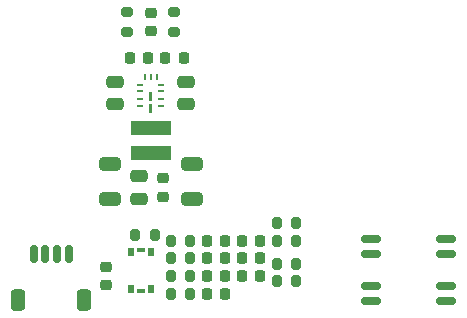
<source format=gbr>
%TF.GenerationSoftware,KiCad,Pcbnew,9.0.0-9.0.0-2~ubuntu24.04.1*%
%TF.CreationDate,2025-04-10T13:45:38-04:00*%
%TF.ProjectId,PSU,5053552e-6b69-4636-9164-5f7063625858,0*%
%TF.SameCoordinates,Original*%
%TF.FileFunction,Paste,Top*%
%TF.FilePolarity,Positive*%
%FSLAX46Y46*%
G04 Gerber Fmt 4.6, Leading zero omitted, Abs format (unit mm)*
G04 Created by KiCad (PCBNEW 9.0.0-9.0.0-2~ubuntu24.04.1) date 2025-04-10 13:45:38*
%MOMM*%
%LPD*%
G01*
G04 APERTURE LIST*
G04 Aperture macros list*
%AMRoundRect*
0 Rectangle with rounded corners*
0 $1 Rounding radius*
0 $2 $3 $4 $5 $6 $7 $8 $9 X,Y pos of 4 corners*
0 Add a 4 corners polygon primitive as box body*
4,1,4,$2,$3,$4,$5,$6,$7,$8,$9,$2,$3,0*
0 Add four circle primitives for the rounded corners*
1,1,$1+$1,$2,$3*
1,1,$1+$1,$4,$5*
1,1,$1+$1,$6,$7*
1,1,$1+$1,$8,$9*
0 Add four rect primitives between the rounded corners*
20,1,$1+$1,$2,$3,$4,$5,0*
20,1,$1+$1,$4,$5,$6,$7,0*
20,1,$1+$1,$6,$7,$8,$9,0*
20,1,$1+$1,$8,$9,$2,$3,0*%
G04 Aperture macros list end*
%ADD10C,0.000000*%
%ADD11RoundRect,0.150000X-0.150000X-0.625000X0.150000X-0.625000X0.150000X0.625000X-0.150000X0.625000X0*%
%ADD12RoundRect,0.250000X-0.350000X-0.650000X0.350000X-0.650000X0.350000X0.650000X-0.350000X0.650000X0*%
%ADD13R,3.400000X1.300000*%
%ADD14RoundRect,0.150000X-0.662500X-0.150000X0.662500X-0.150000X0.662500X0.150000X-0.662500X0.150000X0*%
%ADD15RoundRect,0.250000X0.475000X-0.250000X0.475000X0.250000X-0.475000X0.250000X-0.475000X-0.250000X0*%
%ADD16RoundRect,0.200000X-0.200000X-0.275000X0.200000X-0.275000X0.200000X0.275000X-0.200000X0.275000X0*%
%ADD17RoundRect,0.200000X0.200000X0.275000X-0.200000X0.275000X-0.200000X-0.275000X0.200000X-0.275000X0*%
%ADD18RoundRect,0.225000X-0.225000X-0.250000X0.225000X-0.250000X0.225000X0.250000X-0.225000X0.250000X0*%
%ADD19RoundRect,0.225000X0.225000X0.250000X-0.225000X0.250000X-0.225000X-0.250000X0.225000X-0.250000X0*%
%ADD20RoundRect,0.200000X-0.275000X0.200000X-0.275000X-0.200000X0.275000X-0.200000X0.275000X0.200000X0*%
%ADD21RoundRect,0.225000X0.250000X-0.225000X0.250000X0.225000X-0.250000X0.225000X-0.250000X-0.225000X0*%
%ADD22RoundRect,0.250000X-0.650000X0.325000X-0.650000X-0.325000X0.650000X-0.325000X0.650000X0.325000X0*%
%ADD23R,0.600000X0.650000*%
%ADD24R,0.700000X0.350000*%
%ADD25R,0.599999X0.249999*%
%ADD26R,0.249999X0.599999*%
%ADD27RoundRect,0.218750X-0.256250X0.218750X-0.256250X-0.218750X0.256250X-0.218750X0.256250X0.218750X0*%
%ADD28RoundRect,0.200000X0.275000X-0.200000X0.275000X0.200000X-0.275000X0.200000X-0.275000X-0.200000X0*%
G04 APERTURE END LIST*
D10*
%TO.C,U3*%
G36*
X138084755Y-110874961D02*
G01*
X138094135Y-110877806D01*
X138102779Y-110882426D01*
X138110355Y-110888644D01*
X138116573Y-110896221D01*
X138121194Y-110904864D01*
X138124038Y-110914245D01*
X138124998Y-110923998D01*
X138124998Y-111635998D01*
X138124038Y-111645754D01*
X138121194Y-111655135D01*
X138116573Y-111663778D01*
X138110355Y-111671355D01*
X138102779Y-111677573D01*
X138094135Y-111682193D01*
X138084755Y-111685038D01*
X138074999Y-111685998D01*
X137925001Y-111685998D01*
X137915245Y-111685038D01*
X137905865Y-111682193D01*
X137897221Y-111677573D01*
X137889645Y-111671355D01*
X137883427Y-111663778D01*
X137878806Y-111655135D01*
X137875962Y-111645754D01*
X137875002Y-111635998D01*
X137875002Y-110923998D01*
X137875962Y-110914245D01*
X137878806Y-110904864D01*
X137883427Y-110896221D01*
X137889645Y-110888644D01*
X137897221Y-110882426D01*
X137905865Y-110877806D01*
X137915245Y-110874961D01*
X137925001Y-110873998D01*
X138074999Y-110873998D01*
X138084755Y-110874961D01*
G37*
G36*
X138084755Y-111889963D02*
G01*
X138094135Y-111892807D01*
X138102779Y-111897428D01*
X138110355Y-111903646D01*
X138116573Y-111911222D01*
X138121194Y-111919866D01*
X138124038Y-111929246D01*
X138124998Y-111939002D01*
X138124998Y-112651003D01*
X138124038Y-112660756D01*
X138121194Y-112670136D01*
X138116573Y-112678780D01*
X138110355Y-112686357D01*
X138102779Y-112692575D01*
X138094135Y-112697195D01*
X138084755Y-112700040D01*
X138074999Y-112701002D01*
X137925001Y-112701002D01*
X137915245Y-112700040D01*
X137905865Y-112697195D01*
X137897221Y-112692575D01*
X137889645Y-112686357D01*
X137883427Y-112678780D01*
X137878806Y-112670136D01*
X137875962Y-112660756D01*
X137875002Y-112651003D01*
X137875002Y-111939002D01*
X137875962Y-111929246D01*
X137878806Y-111919866D01*
X137883427Y-111911222D01*
X137889645Y-111903646D01*
X137897221Y-111897428D01*
X137905865Y-111892807D01*
X137915245Y-111889963D01*
X137925001Y-111889003D01*
X138074999Y-111889003D01*
X138084755Y-111889963D01*
G37*
%TD*%
D11*
%TO.C,J5*%
X128070000Y-124630000D03*
X129070000Y-124630000D03*
X130070000Y-124630000D03*
X131070000Y-124630000D03*
D12*
X126770000Y-128505000D03*
X132370000Y-128505000D03*
%TD*%
D13*
%TO.C,L2*%
X138000000Y-113950000D03*
X138000000Y-116050000D03*
%TD*%
D14*
%TO.C,U5*%
X156625000Y-123365000D03*
X156625000Y-124635000D03*
X163000000Y-124635000D03*
X163000000Y-123365000D03*
%TD*%
D15*
%TO.C,C27*%
X141000000Y-111950000D03*
X141000000Y-110050000D03*
%TD*%
D16*
%TO.C,R35*%
X139675000Y-128000000D03*
X141325000Y-128000000D03*
%TD*%
D17*
%TO.C,R31*%
X150325000Y-126946104D03*
X148675000Y-126946104D03*
%TD*%
%TO.C,R40*%
X141325000Y-123500000D03*
X139675000Y-123500000D03*
%TD*%
D18*
%TO.C,C15*%
X142725000Y-128000000D03*
X144275000Y-128000000D03*
%TD*%
D19*
%TO.C,C5*%
X147275000Y-125000000D03*
X145725000Y-125000000D03*
%TD*%
%TO.C,C16*%
X147275000Y-126500000D03*
X145725000Y-126500000D03*
%TD*%
D17*
%TO.C,R39*%
X141325000Y-125000000D03*
X139675000Y-125000000D03*
%TD*%
D20*
%TO.C,R19*%
X136000000Y-104175000D03*
X136000000Y-105825000D03*
%TD*%
D19*
%TO.C,C17*%
X147275000Y-123500000D03*
X145725000Y-123500000D03*
%TD*%
D21*
%TO.C,C25*%
X134200000Y-127275000D03*
X134200000Y-125725000D03*
%TD*%
D22*
%TO.C,C32*%
X141500000Y-117025000D03*
X141500000Y-119975000D03*
%TD*%
D15*
%TO.C,C28*%
X135000000Y-111950000D03*
X135000000Y-110050000D03*
%TD*%
D16*
%TO.C,R15*%
X148675000Y-122000000D03*
X150325000Y-122000000D03*
%TD*%
D23*
%TO.C,S1*%
X138050000Y-124425000D03*
X138050000Y-127575000D03*
X136350000Y-124425000D03*
X136350000Y-127575000D03*
D24*
X137200000Y-124275000D03*
X137200000Y-127725000D03*
%TD*%
D18*
%TO.C,C24*%
X142725000Y-123500000D03*
X144275000Y-123500000D03*
%TD*%
D17*
%TO.C,R34*%
X141325000Y-126500000D03*
X139675000Y-126500000D03*
%TD*%
D21*
%TO.C,C31*%
X138000000Y-105775000D03*
X138000000Y-104225000D03*
%TD*%
D18*
%TO.C,C12*%
X142725000Y-125000000D03*
X144275000Y-125000000D03*
%TD*%
%TO.C,C30*%
X139225000Y-108000000D03*
X140775000Y-108000000D03*
%TD*%
D17*
%TO.C,R30*%
X150325000Y-125446104D03*
X148675000Y-125446104D03*
%TD*%
%TO.C,R16*%
X150325000Y-123500000D03*
X148675000Y-123500000D03*
%TD*%
D25*
%TO.C,U3*%
X138900001Y-112124999D03*
X138900001Y-111475000D03*
X138900001Y-110824999D03*
X138900001Y-110325000D03*
D26*
X138499999Y-109600000D03*
X138000000Y-109600000D03*
X137500001Y-109600000D03*
D25*
X137099999Y-110325000D03*
X137099999Y-110824999D03*
X137099999Y-111475000D03*
X137099999Y-112124999D03*
%TD*%
D19*
%TO.C,C29*%
X137775000Y-108000000D03*
X136225000Y-108000000D03*
%TD*%
D15*
%TO.C,C34*%
X137000000Y-119950000D03*
X137000000Y-118050000D03*
%TD*%
D14*
%TO.C,U6*%
X156625000Y-127365000D03*
X156625000Y-128635000D03*
X163000000Y-128635000D03*
X163000000Y-127365000D03*
%TD*%
D27*
%TO.C,D2*%
X139000000Y-118212500D03*
X139000000Y-119787500D03*
%TD*%
D17*
%TO.C,R33*%
X138325000Y-123000000D03*
X136675000Y-123000000D03*
%TD*%
D18*
%TO.C,C22*%
X142725000Y-126500000D03*
X144275000Y-126500000D03*
%TD*%
D22*
%TO.C,C33*%
X134500000Y-117025000D03*
X134500000Y-119975000D03*
%TD*%
D28*
%TO.C,R20*%
X140000000Y-105825000D03*
X140000000Y-104175000D03*
%TD*%
M02*

</source>
